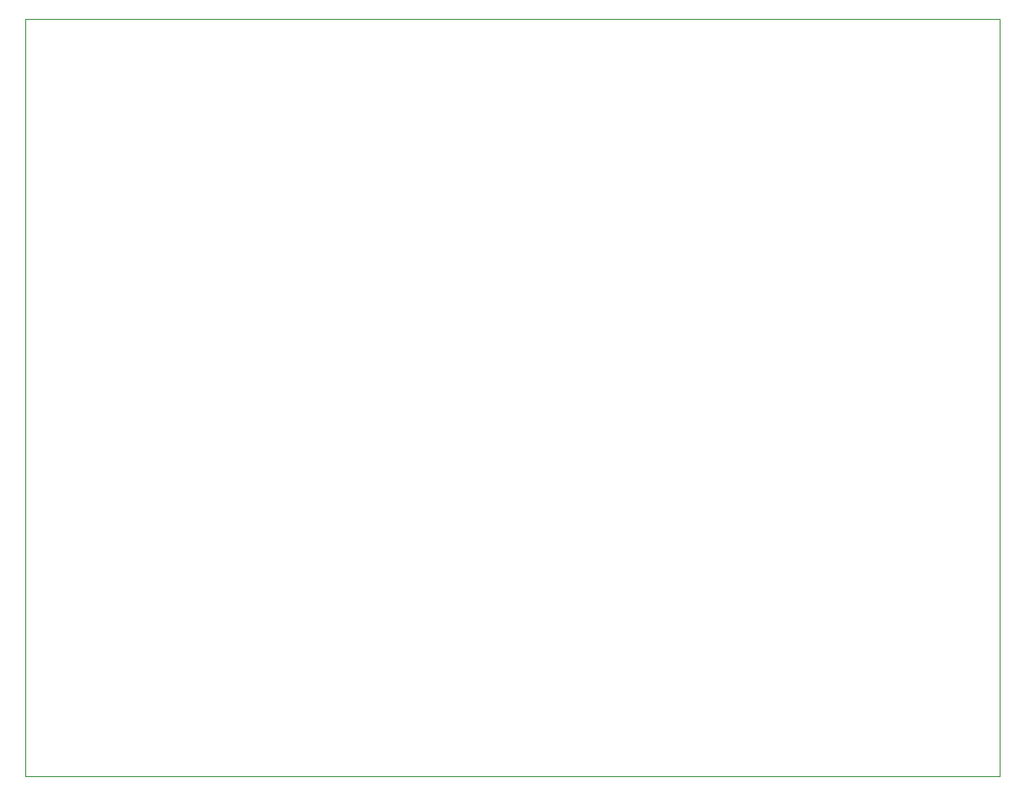
<source format=gbr>
%TF.GenerationSoftware,KiCad,Pcbnew,7.0.9*%
%TF.CreationDate,2024-02-09T12:53:57+01:00*%
%TF.ProjectId,SwitchBoard,53776974-6368-4426-9f61-72642e6b6963,rev?*%
%TF.SameCoordinates,Original*%
%TF.FileFunction,Profile,NP*%
%FSLAX46Y46*%
G04 Gerber Fmt 4.6, Leading zero omitted, Abs format (unit mm)*
G04 Created by KiCad (PCBNEW 7.0.9) date 2024-02-09 12:53:57*
%MOMM*%
%LPD*%
G01*
G04 APERTURE LIST*
%TA.AperFunction,Profile*%
%ADD10C,0.100000*%
%TD*%
G04 APERTURE END LIST*
D10*
X165100000Y-76200000D02*
X256540000Y-76200000D01*
X256540000Y-147320000D01*
X165100000Y-147320000D01*
X165100000Y-76200000D01*
M02*

</source>
